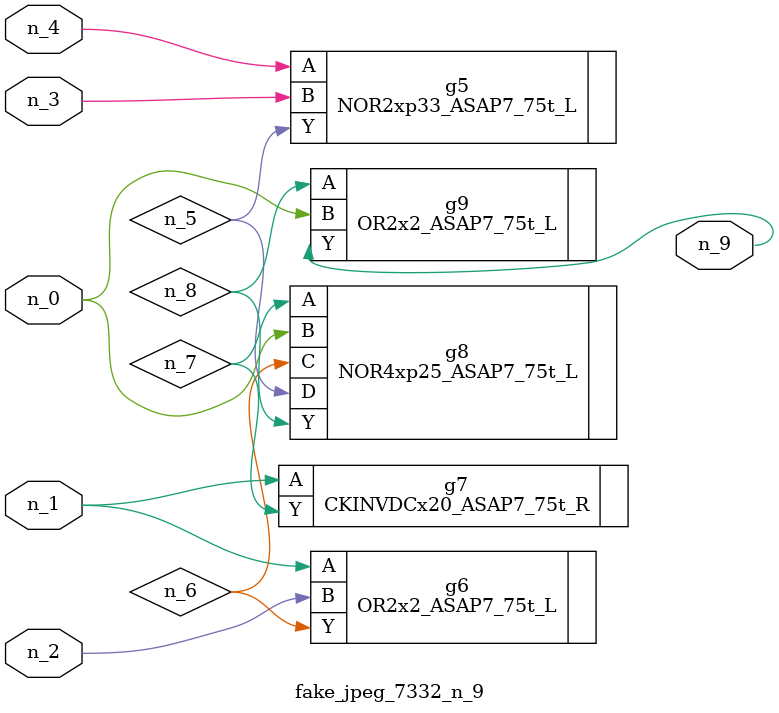
<source format=v>
module fake_jpeg_7332_n_9 (n_3, n_2, n_1, n_0, n_4, n_9);

input n_3;
input n_2;
input n_1;
input n_0;
input n_4;

output n_9;

wire n_8;
wire n_6;
wire n_5;
wire n_7;

NOR2xp33_ASAP7_75t_L g5 ( 
.A(n_4),
.B(n_3),
.Y(n_5)
);

OR2x2_ASAP7_75t_L g6 ( 
.A(n_1),
.B(n_2),
.Y(n_6)
);

CKINVDCx20_ASAP7_75t_R g7 ( 
.A(n_1),
.Y(n_7)
);

NOR4xp25_ASAP7_75t_L g8 ( 
.A(n_7),
.B(n_0),
.C(n_6),
.D(n_5),
.Y(n_8)
);

OR2x2_ASAP7_75t_L g9 ( 
.A(n_8),
.B(n_0),
.Y(n_9)
);


endmodule
</source>
